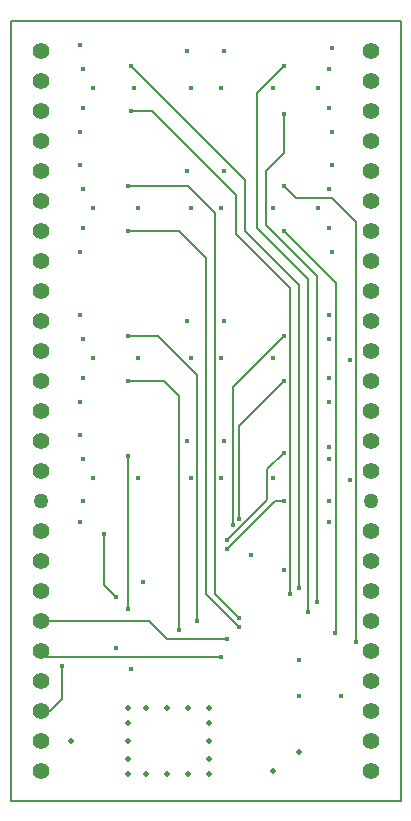
<source format=gbr>
%TF.GenerationSoftware,KiCad,Pcbnew,4.0.2-stable*%
%TF.CreationDate,2021-11-10T19:01:32-08:00*%
%TF.ProjectId,ADC,4144432E6B696361645F706362000000,rev?*%
%TF.FileFunction,Copper,L4,Bot,Signal*%
%FSLAX46Y46*%
G04 Gerber Fmt 4.6, Leading zero omitted, Abs format (unit mm)*
G04 Created by KiCad (PCBNEW 4.0.2-stable) date 11/10/2021 7:01:32 PM*
%MOMM*%
G01*
G04 APERTURE LIST*
%ADD10C,0.100000*%
%ADD11C,0.150000*%
%ADD12C,1.397000*%
%ADD13C,1.270000*%
%ADD14C,0.508000*%
%ADD15C,0.406400*%
%ADD16C,0.152400*%
G04 APERTURE END LIST*
D10*
D11*
X106680000Y-119380000D02*
X106680000Y-53340000D01*
X139700000Y-119380000D02*
X106680000Y-119380000D01*
X139700000Y-53340000D02*
X139700000Y-119380000D01*
X106680000Y-53340000D02*
X139700000Y-53340000D01*
D12*
X109220000Y-55880000D03*
X109220000Y-58420000D03*
X109220000Y-60960000D03*
X109220000Y-63500000D03*
X109220000Y-66040000D03*
X109220000Y-68580000D03*
X109220000Y-71120000D03*
X109220000Y-73660000D03*
X109220000Y-76200000D03*
X109220000Y-78740000D03*
X109220000Y-81280000D03*
X109220000Y-83820000D03*
X109220000Y-86360000D03*
X109220000Y-88900000D03*
X109220000Y-91440000D03*
D13*
X109220000Y-93980000D03*
D12*
X109220000Y-96520000D03*
X109220000Y-99060000D03*
X109220000Y-101600000D03*
X109220000Y-104140000D03*
X109220000Y-106680000D03*
X109220000Y-109220000D03*
X109220000Y-111760000D03*
X109220000Y-114300000D03*
X109220000Y-116840000D03*
X137160000Y-55880000D03*
X137160000Y-58420000D03*
X137160000Y-60960000D03*
X137160000Y-63500000D03*
X137160000Y-66040000D03*
X137160000Y-68580000D03*
X137160000Y-71120000D03*
X137160000Y-73660000D03*
X137160000Y-76200000D03*
X137160000Y-78740000D03*
X137160000Y-81280000D03*
X137160000Y-83820000D03*
X137160000Y-86360000D03*
X137160000Y-88900000D03*
X137160000Y-91440000D03*
D13*
X137160000Y-93980000D03*
D12*
X137160000Y-96520000D03*
X137160000Y-99060000D03*
X137160000Y-101600000D03*
X137160000Y-104140000D03*
X137160000Y-106680000D03*
X137160000Y-109220000D03*
X137160000Y-111760000D03*
X137160000Y-114300000D03*
X137160000Y-116840000D03*
D14*
X123444000Y-114300000D03*
X116586000Y-114300000D03*
X116586000Y-112776000D03*
X116586000Y-111506000D03*
X116586000Y-117094000D03*
X119888000Y-117094000D03*
X118110000Y-117094000D03*
X116586000Y-115824000D03*
X123444000Y-112776000D03*
X123444000Y-117094000D03*
X123444000Y-115824000D03*
X121666000Y-117094000D03*
X119888000Y-111506000D03*
X121666000Y-111506000D03*
X118110000Y-111506000D03*
X123444000Y-111506000D03*
D15*
X115570000Y-106426000D03*
X131064000Y-110490000D03*
X121602500Y-88900000D03*
X121920000Y-92075000D03*
X121920000Y-81915000D03*
X121602500Y-78740000D03*
X121602500Y-66040000D03*
X121920000Y-59055000D03*
X121920000Y-69215000D03*
X121602500Y-55880000D03*
X131064000Y-107442000D03*
X133604000Y-78232000D03*
X133604000Y-80264000D03*
X135382000Y-82042000D03*
X133604000Y-83566000D03*
X133604000Y-85598000D03*
X133604000Y-89408000D03*
X133604000Y-90424000D03*
X135382000Y-92202000D03*
X133604000Y-93980000D03*
X133604000Y-95758000D03*
X127000000Y-98552000D03*
X117856000Y-100838000D03*
X129794000Y-99822000D03*
X134620000Y-110490000D03*
X133858000Y-55626000D03*
X133858000Y-62738000D03*
X112522000Y-88392000D03*
X112522000Y-95758000D03*
X133604000Y-57404000D03*
X133604000Y-60706000D03*
X112776000Y-57404000D03*
X112522000Y-55372000D03*
X112776000Y-60706000D03*
X112522000Y-62738000D03*
X112522000Y-65532000D03*
X112776000Y-67564000D03*
X112776000Y-70866000D03*
X112522000Y-72898000D03*
X133858000Y-65532000D03*
X133604000Y-67564000D03*
X133858000Y-72898000D03*
X133604000Y-70866000D03*
X112522000Y-78232000D03*
X112776000Y-80264000D03*
X112522000Y-85598000D03*
X112776000Y-83566000D03*
X112776000Y-90424000D03*
X112776000Y-93980000D03*
X128905000Y-92075000D03*
X117475000Y-92075000D03*
X124460000Y-92075000D03*
X124777500Y-88900000D03*
X128905000Y-81915000D03*
X124460000Y-81915000D03*
X124777500Y-78740000D03*
X113665000Y-81915000D03*
X117475000Y-81915000D03*
X132715000Y-69215000D03*
X128905000Y-69215000D03*
D14*
X111760000Y-114300000D03*
X131127500Y-115252500D03*
D15*
X116840000Y-108204000D03*
X124777500Y-66040000D03*
X117475000Y-69215000D03*
X113665000Y-69215000D03*
D14*
X128905000Y-116840000D03*
D15*
X124460000Y-59055000D03*
X124460000Y-69215000D03*
X132715000Y-59055000D03*
X128905000Y-59055000D03*
X124777500Y-55880000D03*
X117157500Y-59055000D03*
X113665000Y-59055000D03*
X113665000Y-92075000D03*
X131064000Y-101346000D03*
X116840000Y-57150000D03*
X130302000Y-101854000D03*
X116840000Y-60960000D03*
X132599000Y-102605000D03*
X129794000Y-61214000D03*
X131826000Y-103378000D03*
X129794000Y-57150000D03*
X125984000Y-103886000D03*
X116586000Y-67310000D03*
X125984000Y-104648000D03*
X116586000Y-71120000D03*
X134112000Y-105156000D03*
X129794000Y-71120000D03*
X135890000Y-105918000D03*
X129794000Y-67310000D03*
X122428000Y-104140000D03*
X116586000Y-80010000D03*
X120904000Y-104902000D03*
X116586000Y-83820000D03*
X125984000Y-95504000D03*
X129794000Y-83820000D03*
X125476000Y-96012000D03*
X129794000Y-80010000D03*
X116586000Y-90170000D03*
X116586000Y-103124000D03*
X114554000Y-96774000D03*
X115570000Y-102108000D03*
X124968000Y-98044000D03*
X129794000Y-93980000D03*
X124968000Y-97282000D03*
X129794000Y-89916000D03*
X124968000Y-105664000D03*
X124460000Y-107188000D03*
X110998000Y-107950000D03*
D16*
X131064000Y-101346000D02*
X131064000Y-75692000D01*
X131064000Y-75692000D02*
X130810000Y-75438000D01*
X116840000Y-57150000D02*
X126492000Y-66802000D01*
X126492000Y-66802000D02*
X126492000Y-71120000D01*
X126492000Y-71120000D02*
X130810000Y-75438000D01*
X130302000Y-101854000D02*
X130302000Y-75946000D01*
X116840000Y-60960000D02*
X118618000Y-60960000D01*
X125730000Y-71374000D02*
X130302000Y-75946000D01*
X125730000Y-68072000D02*
X125730000Y-71374000D01*
X118618000Y-60960000D02*
X125730000Y-68072000D01*
X132588000Y-102594000D02*
X132588000Y-74930000D01*
X132599000Y-102605000D02*
X132588000Y-102594000D01*
X128270000Y-70612000D02*
X132588000Y-74930000D01*
X129794000Y-61214000D02*
X129794000Y-64516000D01*
X128270000Y-66040000D02*
X128270000Y-70612000D01*
X129794000Y-64516000D02*
X128270000Y-66040000D01*
X131826000Y-103378000D02*
X131826000Y-75184000D01*
X127508000Y-70866000D02*
X131826000Y-75184000D01*
X127508000Y-59436000D02*
X127508000Y-69850000D01*
X129794000Y-57150000D02*
X127508000Y-59436000D01*
X127508000Y-70866000D02*
X127508000Y-69850000D01*
X120650000Y-67310000D02*
X121666000Y-67310000D01*
X121666000Y-67310000D02*
X123952000Y-69596000D01*
X125984000Y-103886000D02*
X123952000Y-101854000D01*
X123952000Y-101854000D02*
X123952000Y-69596000D01*
X120650000Y-67310000D02*
X116586000Y-67310000D01*
X116586000Y-71120000D02*
X120904000Y-71120000D01*
X123190000Y-101854000D02*
X125984000Y-104648000D01*
X123190000Y-73406000D02*
X123190000Y-101854000D01*
X120904000Y-71120000D02*
X123190000Y-73406000D01*
X134239000Y-75565000D02*
X134239000Y-105029000D01*
X134239000Y-105029000D02*
X134112000Y-105156000D01*
X133350000Y-74676000D02*
X134239000Y-75565000D01*
X133350000Y-74676000D02*
X129794000Y-71120000D01*
X134874000Y-69342000D02*
X135890000Y-70358000D01*
X135890000Y-70358000D02*
X135890000Y-105918000D01*
X134874000Y-69342000D02*
X133858000Y-68326000D01*
X133858000Y-68326000D02*
X130810000Y-68326000D01*
X130810000Y-68326000D02*
X129794000Y-67310000D01*
X116586000Y-80010000D02*
X119126000Y-80010000D01*
X122428000Y-104140000D02*
X122428000Y-104140000D01*
X122428000Y-83312000D02*
X122428000Y-104140000D01*
X119126000Y-80010000D02*
X122428000Y-83312000D01*
X120904000Y-85090000D02*
X120904000Y-104902000D01*
X119634000Y-83820000D02*
X120904000Y-85090000D01*
X116586000Y-83820000D02*
X119634000Y-83820000D01*
X125984000Y-93726000D02*
X125984000Y-95504000D01*
X125984000Y-87630000D02*
X129794000Y-83820000D01*
X125984000Y-93726000D02*
X125984000Y-87630000D01*
X125476000Y-93218000D02*
X125476000Y-96012000D01*
X129794000Y-80010000D02*
X129794000Y-80010000D01*
X125476000Y-84328000D02*
X129794000Y-80010000D01*
X125476000Y-93218000D02*
X125476000Y-84328000D01*
X116586000Y-103124000D02*
X116586000Y-90170000D01*
X115570000Y-102108000D02*
X114554000Y-101092000D01*
X114554000Y-96774000D02*
X114554000Y-101092000D01*
X129032000Y-93980000D02*
X129794000Y-93980000D01*
X124968000Y-98044000D02*
X129032000Y-93980000D01*
X128397000Y-91313000D02*
X128397000Y-93853000D01*
X128397000Y-93853000D02*
X128270000Y-93980000D01*
X124968000Y-97282000D02*
X128270000Y-93980000D01*
X128270000Y-93980000D02*
X128397000Y-93853000D01*
X129794000Y-89916000D02*
X128397000Y-91313000D01*
X112014000Y-104140000D02*
X118364000Y-104140000D01*
X119888000Y-105664000D02*
X124968000Y-105664000D01*
X118364000Y-104140000D02*
X119888000Y-105664000D01*
X109220000Y-104140000D02*
X112014000Y-104140000D01*
X119888000Y-107188000D02*
X109728000Y-107188000D01*
X109220000Y-106680000D02*
X109728000Y-107188000D01*
X119888000Y-107188000D02*
X120650000Y-107188000D01*
X120650000Y-107188000D02*
X122174000Y-107188000D01*
X124460000Y-107188000D02*
X122174000Y-107188000D01*
X109982000Y-111760000D02*
X110998000Y-110744000D01*
X110998000Y-110744000D02*
X110998000Y-107950000D01*
X109220000Y-111760000D02*
X109982000Y-111760000D01*
M02*

</source>
